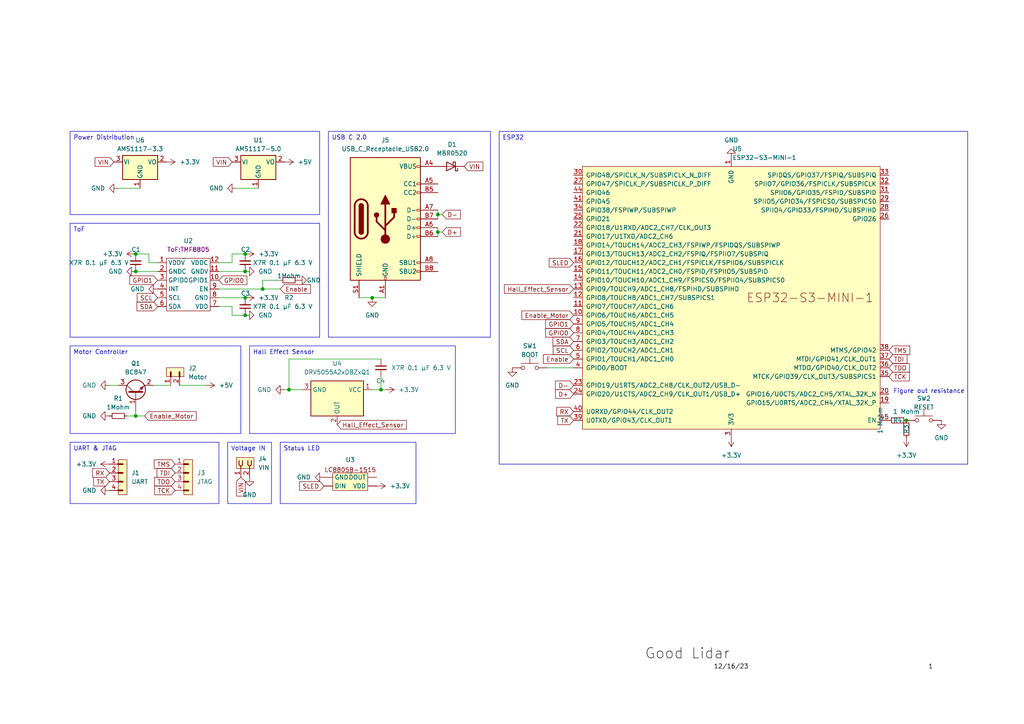
<source format=kicad_sch>
(kicad_sch (version 20230121) (generator eeschema)
  (paper "A4")
  (lib_symbols
    (symbol "Connector:USB_C_Receptacle_USB2.0" (pin_names (offset 1.016))
      (property "Reference" "J" (at -10.16 19.05 0))
      (property "Value" "USB_C_Receptacle_USB2.0" (at 19.05 19.05 0))
      (symbol "USB_C_Receptacle_USB2.0_0_0"
        (rectangle (start -0.254 -17.78) (end 0.254 -16.764))
        (rectangle (start 10.16 -14.986) (end 9.144 -15.494))
        (rectangle (start 10.16 -12.446) (end 9.144 -12.954))
        (rectangle (start 10.16 -4.826) (end 9.144 -5.334))
        (rectangle (start 10.16 -2.286) (end 9.144 -2.794))
        (rectangle (start 10.16 0.254) (end 9.144 -0.254))
        (rectangle (start 10.16 2.794) (end 9.144 2.286))
        (rectangle (start 10.16 7.874) (end 9.144 7.366))
        (rectangle (start 10.16 10.414) (end 9.144 9.906))
        (rectangle (start 10.16 15.494) (end 9.144 14.986))
      )
      (symbol "USB_C_Receptacle_USB2.0_0_1"
        (rectangle (start -10.16 17.78) (end 10.16 -17.78) (stroke (width 0.254)) (fill (type background)))
        (arc (start -8.89 -3.81) (mid -6.985 -5.7067) (end -5.08 -3.81) (stroke (width 0.508)))
        (arc (start -7.62 -3.81) (mid -6.985 -4.4423) (end -6.35 -3.81) (stroke (width 0.254)))
        (arc (start -7.62 -3.81) (mid -6.985 -4.4423) (end -6.35 -3.81) (stroke (width 0.254)) (fill (type outline)))
        (rectangle (start -7.62 -3.81) (end -6.35 3.81) (stroke (width 0.254)) (fill (type outline)))
        (arc (start -6.35 3.81) (mid -6.985 4.4423) (end -7.62 3.81) (stroke (width 0.254)))
        (arc (start -6.35 3.81) (mid -6.985 4.4423) (end -7.62 3.81) (stroke (width 0.254)) (fill (type outline)))
        (arc (start -5.08 3.81) (mid -6.985 5.7067) (end -8.89 3.81) (stroke (width 0.508)))
        (circle (center -2.54 1.143) (radius 0.635) (stroke (width 0.254)) (fill (type outline)))
        (circle (center 0 -5.842) (radius 1.27) (fill (type outline)))
        (polyline (pts (xy -8.89 -3.81) (xy -8.89 3.81)) (stroke (width 0.508)))
        (polyline (pts (xy -5.08 3.81) (xy -5.08 -3.81)) (stroke (width 0.508)))
        (polyline (pts (xy 0 -5.842) (xy 0 4.318)) (stroke (width 0.508)))
        (polyline (pts (xy 0 -3.302) (xy -2.54 -0.762) (xy -2.54 0.508)) (stroke (width 0.508)))
        (polyline (pts (xy 0 -2.032) (xy 2.54 0.508) (xy 2.54 1.778)) (stroke (width 0.508)))
        (polyline (pts (xy -1.27 4.318) (xy 0 6.858) (xy 1.27 4.318) (xy -1.27 4.318)) (stroke (width 0.254)) (fill (type outline)))
        (rectangle (start 1.905 1.778) (end 3.175 3.048) (stroke (width 0.254)) (fill (type outline)))
      )
      (symbol "USB_C_Receptacle_USB2.0_1_1"
        (pin passive line (at 0 -22.86 90) (length 5.08) (name "GND") (number "A1"))
        (pin passive line (at 0 -22.86 90) (length 5.08) hide (name "GND") (number "A12"))
        (pin passive line (at 15.24 15.24 180) (length 5.08) (name "VBUS") (number "A4"))
        (pin bidirectional line (at 15.24 10.16 180) (length 5.08) (name "CC1") (number "A5"))
        (pin bidirectional line (at 15.24 -2.54 180) (length 5.08) (name "D+") (number "A6"))
        (pin bidirectional line (at 15.24 2.54 180) (length 5.08) (name "D-") (number "A7"))
        (pin bidirectional line (at 15.24 -12.7 180) (length 5.08) (name "SBU1") (number "A8"))
        (pin passive line (at 15.24 15.24 180) (length 5.08) hide (name "VBUS") (number "A9"))
        (pin passive line (at 0 -22.86 90) (length 5.08) hide (name "GND") (number "B1"))
        (pin passive line (at 0 -22.86 90) (length 5.08) hide (name "GND") (number "B12"))
        (pin passive line (at 15.24 15.24 180) (length 5.08) hide (name "VBUS") (number "B4"))
        (pin bidirectional line (at 15.24 7.62 180) (length 5.08) (name "CC2") (number "B5"))
        (pin bidirectional line (at 15.24 -5.08 180) (length 5.08) (name "D+") (number "B6"))
        (pin bidirectional line (at 15.24 0 180) (length 5.08) (name "D-") (number "B7"))
        (pin bidirectional line (at 15.24 -15.24 180) (length 5.08) (name "SBU2") (number "B8"))
        (pin passive line (at 15.24 15.24 180) (length 5.08) hide (name "VBUS") (number "B9"))
        (pin passive line (at -7.62 -22.86 90) (length 5.08) (name "SHIELD") (number "S1"))
      )
    )
    (symbol "Device:C_Small" (pin_numbers hide) (pin_names (offset 0.254) hide)
      (property "Reference" "C" (at 0.254 1.778 0))
      (property "Value" "C_Small" (at 0.254 -2.032 0))
      (symbol "C_Small_0_1"
        (polyline (pts (xy -1.524 -0.508) (xy 1.524 -0.508)) (stroke (width 0.3302)))
        (polyline (pts (xy -1.524 0.508) (xy 1.524 0.508)) (stroke (width 0.3048)))
      )
      (symbol "C_Small_1_1"
        (pin passive line (at 0 2.54 270) (length 2.032) (name "~") (number "1"))
        (pin passive line (at 0 -2.54 90) (length 2.032) (name "~") (number "2"))
      )
    )
    (symbol "Device:R_Small" (pin_numbers hide) (pin_names (offset 0.254) hide)
      (property "Reference" "R" (at 0.762 0.508 0))
      (property "Value" "R_Small" (at 0.762 -1.016 0))
      (symbol "R_Small_0_1"
        (rectangle (start -0.762 1.778) (end 0.762 -1.778) (stroke (width 0.2032)))
      )
      (symbol "R_Small_1_1"
        (pin passive line (at 0 2.54 270) (length 0.762) (name "~") (number "1"))
        (pin passive line (at 0 -2.54 90) (length 0.762) (name "~") (number "2"))
      )
    )
    (symbol "Diode:MBR0520" (pin_numbers hide) (pin_names (offset 1.016) hide)
      (property "Reference" "D" (at 0 2.54 0))
      (property "Value" "MBR0520" (at 0 -2.54 0))
      (symbol "MBR0520_0_1"
        (polyline (pts (xy 1.27 0) (xy -1.27 0)))
        (polyline (pts (xy 1.27 1.27) (xy 1.27 -1.27) (xy -1.27 0) (xy 1.27 1.27)) (stroke (width 0.254)))
        (polyline (pts (xy -1.905 0.635) (xy -1.905 1.27) (xy -1.27 1.27) (xy -1.27 -1.27) (xy -0.635 -1.27) (xy -0.635 -0.635)) (stroke (width 0.254)))
      )
      (symbol "MBR0520_1_1"
        (pin passive line (at -3.81 0 0) (length 2.54) (name "K") (number "1"))
        (pin passive line (at 3.81 0 180) (length 2.54) (name "A") (number "2"))
      )
    )
    (symbol "LC8805:LC8805B-1515"
      (property "Reference" "U" (at 0 2.54 0))
      (symbol "LC8805B-1515_1_1"
        (rectangle (start -5.08 0) (end 5.08 -5.08) (stroke (width 0) (color 132 0 0 1)) (fill (type background)))
        (text "LC8805B-1515" (at 0 0.8905 0) (effects (font (size 1.27 1.27))))
        (pin input line (at -7.62 -3.81 0) (length 2.54) (name "DIN") (number ""))
        (pin input line (at 7.62 -1.27 180) (length 2.54) (name "DOUT") (number ""))
        (pin input line (at -7.62 -1.27 0) (length 2.54) (name "GND") (number ""))
        (pin input line (at 7.62 -3.81 180) (length 2.54) (name "VDD") (number ""))
      )
    )
    (symbol "PCM_Espressif:ESP32-S3-MINI-1" (pin_names (offset 1.016))
      (property "Reference" "U" (at -43.18 43.18 0))
      (property "Value" "ESP32-S3-MINI-1" (at -43.18 40.64 0))
      (symbol "ESP32-S3-MINI-1_0_0"
        (text "ESP32-S3-MINI-1" (at -22.86 0 0) (effects (font (size 2.54 2.54))))
        (pin power_in line (at 0 -40.64 90) (length 2.54) (name "GND") (number "1"))
        (pin bidirectional line (at 45.72 5.08 180) (length 2.54) (name "GPIO6/TOUCH6/ADC1_CH5") (number "10"))
        (pin bidirectional line (at 45.72 2.54 180) (length 2.54) (name "GPIO7/TOUCH7/ADC1_CH6") (number "11"))
        (pin bidirectional line (at 45.72 0 180) (length 2.54) (name "GPIO8/TOUCH8/ADC1_CH7/SUBSPICS1") (number "12"))
        (pin bidirectional line (at 45.72 -2.54 180) (length 2.54) (name "GPIO9/TOUCH9/ADC1_CH8/FSPIHD/SUBSPIHD") (number "13"))
        (pin bidirectional line (at 45.72 -5.08 180) (length 2.54) (name "GPIO10/TOUCH10/ADC1_CH9/FSPICS0/FSPIIO4/SUBSPICS0") (number "14"))
        (pin bidirectional line (at 45.72 -7.62 180) (length 2.54) (name "GPIO11/TOUCH11/ADC2_CH0/FSPID/FSPIIO5/SUBSPID") (number "15"))
        (pin bidirectional line (at 45.72 -10.16 180) (length 2.54) (name "GPIO12/TOUCH12/ADC2_CH1/FSPICLK/FSPIIO6/SUBSPICLK") (number "16"))
        (pin bidirectional line (at 45.72 -12.7 180) (length 2.54) (name "GPIO13/TOUCH13/ADC2_CH2/FSPIQ/FSPIIO7/SUBSPIQ") (number "17"))
        (pin bidirectional line (at 45.72 -15.24 180) (length 2.54) (name "GPIO14/TOUCH14/ADC2_CH3/FSPIWP/FSPIDQS/SUBSPIWP") (number "18"))
        (pin bidirectional line (at -45.72 30.48 0) (length 2.54) (name "GPIO15/U0RTS/ADC2_CH4/XTAL_32K_P") (number "19"))
        (pin passive line (at 0 -40.64 90) (length 2.54) hide (name "GND") (number "2"))
        (pin bidirectional line (at -45.72 27.94 0) (length 2.54) (name "GPIO16/U0CTS/ADC2_CH5/XTAL_32K_N") (number "20"))
        (pin bidirectional line (at 45.72 -17.78 180) (length 2.54) (name "GPIO17/U1TXD/ADC2_CH6") (number "21"))
        (pin bidirectional line (at 45.72 -20.32 180) (length 2.54) (name "GPIO18/U1RXD/ADC2_CH7/CLK_OUT3") (number "22"))
        (pin bidirectional line (at 45.72 25.4 180) (length 2.54) (name "GPIO19/U1RTS/ADC2_CH8/CLK_OUT2/USB_D-") (number "23"))
        (pin bidirectional line (at 45.72 27.94 180) (length 2.54) (name "GPIO20/U1CTS/ADC2_CH9/CLK_OUT1/USB_D+") (number "24"))
        (pin bidirectional line (at 45.72 -22.86 180) (length 2.54) (name "GPIO21") (number "25"))
        (pin bidirectional line (at -45.72 -22.86 0) (length 2.54) (name "GPIO26") (number "26"))
        (pin bidirectional line (at 45.72 -33.02 180) (length 2.54) (name "GPIO47/SPICLK_P/SUBSPICLK_P_DIFF") (number "27"))
        (pin bidirectional line (at -45.72 -25.4 0) (length 2.54) (name "SPIIO4/GPIO33/FSPIHD/SUBSPIHD") (number "28"))
        (pin bidirectional line (at -45.72 -27.94 0) (length 2.54) (name "SPIIO5/GPIO34/FSPICS0/SUBSPICS0") (number "29"))
        (pin power_in line (at 0 40.64 270) (length 2.54) (name "3V3") (number "3"))
        (pin bidirectional line (at 45.72 -35.56 180) (length 2.54) (name "GPIO48/SPICLK_N/SUBSPICLK_N_DIFF") (number "30"))
        (pin bidirectional line (at -45.72 -30.48 0) (length 2.54) (name "SPIIO6/GPIO35/FSPID/SUBSPID") (number "31"))
        (pin bidirectional line (at -45.72 -33.02 0) (length 2.54) (name "SPIIO7/GPIO36/FSPICLK/SUBSPICLK") (number "32"))
        (pin bidirectional line (at -45.72 -35.56 0) (length 2.54) (name "SPIDQS/GPIO37/FSPIQ/SUBSPIQ") (number "33"))
        (pin bidirectional line (at 45.72 -25.4 180) (length 2.54) (name "GPIO38/FSPIWP/SUBSPIWP") (number "34"))
        (pin bidirectional line (at -45.72 22.86 0) (length 2.54) (name "MTCK/GPIO39/CLK_OUT3/SUBSPICS1") (number "35"))
        (pin bidirectional line (at -45.72 20.32 0) (length 2.54) (name "MTDO/GPIO40/CLK_OUT2") (number "36"))
        (pin bidirectional line (at -45.72 17.78 0) (length 2.54) (name "MTDI/GPIO41/CLK_OUT1") (number "37"))
        (pin bidirectional line (at -45.72 15.24 0) (length 2.54) (name "MTMS/GPIO42") (number "38"))
        (pin bidirectional line (at 45.72 35.56 180) (length 2.54) (name "U0TXD/GPIO43/CLK_OUT1") (number "39"))
        (pin bidirectional line (at 45.72 20.32 180) (length 2.54) (name "GPIO0/BOOT") (number "4"))
        (pin bidirectional line (at 45.72 33.02 180) (length 2.54) (name "U0RXD/GPIO44/CLK_OUT2") (number "40"))
        (pin bidirectional line (at 45.72 -27.94 180) (length 2.54) (name "GPIO45") (number "41"))
        (pin passive line (at 0 -40.64 90) (length 2.54) hide (name "GND") (number "42"))
        (pin passive line (at 0 -40.64 90) (length 2.54) hide (name "GND") (number "43"))
        (pin bidirectional line (at 45.72 -30.48 180) (length 2.54) (name "GPIO46") (number "44"))
        (pin input line (at -45.72 35.56 0) (length 2.54) (name "EN") (number "45"))
        (pin passive line (at 0 -40.64 90) (length 2.54) hide (name "GND") (number "46"))
        (pin passive line (at 0 -40.64 90) (length 2.54) hide (name "GND") (number "47"))
        (pin passive line (at 0 -40.64 90) (length 2.54) hide (name "GND") (number "48"))
        (pin passive line (at 0 -40.64 90) (length 2.54) hide (name "GND") (number "49"))
        (pin bidirectional line (at 45.72 17.78 180) (length 2.54) (name "GPIO1/TOUCH1/ADC1_CH0") (number "5"))
        (pin passive line (at 0 -40.64 90) (length 2.54) hide (name "GND") (number "50"))
        (pin passive line (at 0 -40.64 90) (length 2.54) hide (name "GND") (number "51"))
        (pin passive line (at 0 -40.64 90) (length 2.54) hide (name "GND") (number "52"))
        (pin passive line (at 0 -40.64 90) (length 2.54) hide (name "GND") (number "53"))
        (pin passive line (at 0 -40.64 90) (length 2.54) hide (name "GND") (number "54"))
        (pin passive line (at 0 -40.64 90) (length 2.54) hide (name "GND") (number "55"))
        (pin passive line (at 0 -40.64 90) (length 2.54) hide (name "GND") (number "56"))
        (pin passive line (at 0 -40.64 90) (length 2.54) hide (name "GND") (number "57"))
        (pin passive line (at 0 -40.64 90) (length 2.54) hide (name "GND") (number "58"))
        (pin passive line (at 0 -40.64 90) (length 2.54) hide (name "GND") (number "59"))
        (pin bidirectional line (at 45.72 15.24 180) (length 2.54) (name "GPIO2/TOUCH2/ADC1_CH1") (number "6"))
        (pin passive line (at 0 -40.64 90) (length 2.54) hide (name "GND") (number "60"))
        (pin passive line (at 0 -40.64 90) (length 2.54) hide (name "GND") (number "61"))
        (pin passive line (at 0 -40.64 90) (length 2.54) hide (name "GND") (number "62"))
        (pin passive line (at 0 -40.64 90) (length 2.54) hide (name "GND") (number "63"))
        (pin passive line (at 0 -40.64 90) (length 2.54) hide (name "GND") (number "64"))
        (pin passive line (at 0 -40.64 90) (length 2.54) hide (name "GND") (number "65"))
        (pin bidirectional line (at 45.72 12.7 180) (length 2.54) (name "GPIO3/TOUCH3/ADC1_CH2") (number "7"))
        (pin bidirectional line (at 45.72 10.16 180) (length 2.54) (name "GPIO4/TOUCH4/ADC1_CH3") (number "8"))
        (pin bidirectional line (at 45.72 7.62 180) (length 2.54) (name "GPIO5/TOUCH5/ADC1_CH4") (number "9"))
      )
      (symbol "ESP32-S3-MINI-1_0_1"
        (rectangle (start -43.18 38.1) (end 43.18 -38.1) (fill (type background)))
      )
    )
    (symbol "PCM_SL_Pin_Headers:PINHD_1x2_Female"
      (property "Reference" "J" (at 0 7.62 0))
      (property "Value" "PINHD_1x2_Female" (at 0 5.08 0))
      (symbol "PINHD_1x2_Female_0_1"
        (rectangle (start -1.27 2.54) (end 1.905 -2.54) (fill (type background)))
        (arc (start -0.508 -1.27) (mid -0.3592 -1.6292) (end 0 -1.778) (stroke (width 0.25)))
        (arc (start -0.508 1.27) (mid -0.3592 0.9108) (end 0 0.762) (stroke (width 0.25)))
        (arc (start 0 -0.762) (mid -0.3592 -0.9108) (end -0.508 -1.27) (stroke (width 0.25)))
        (polyline (pts (xy -1.27 -1.27) (xy -0.508 -1.27)) (stroke (width 0.25)))
        (polyline (pts (xy -1.27 1.27) (xy -0.508 1.27)) (stroke (width 0.25)))
        (polyline (pts (xy 0 -1.778) (xy 1.016 -1.778)) (stroke (width 0.25)))
        (polyline (pts (xy 0 -0.762) (xy 1.016 -0.762)) (stroke (width 0.25)))
        (polyline (pts (xy 0 0.762) (xy 1.016 0.762)) (stroke (width 0.25)))
        (polyline (pts (xy 0 1.778) (xy 1.016 1.778)) (stroke (width 0.25)))
        (arc (start 0 1.778) (mid -0.3592 1.6292) (end -0.508 1.27) (stroke (width 0.25)))
      )
      (symbol "PINHD_1x2_Female_1_1"
        (pin passive line (at -3.81 1.27 0) (length 2.54) (name "") (number "1"))
        (pin passive line (at -3.81 -1.27 0) (length 2.54) (name "") (number "2"))
      )
    )
    (symbol "PCM_SL_Pin_Headers:PINHD_1x2_Male"
      (property "Reference" "J" (at 0 6.35 0))
      (property "Value" "PINHD_1x2_Male" (at 0 3.81 0))
      (symbol "PINHD_1x2_Male_0_1"
        (rectangle (start -1.27 2.54) (end 1.27 -2.54) (fill (type background)))
        (polyline (pts (xy -1.27 -1.27) (xy 0 -1.27)) (stroke (width 0.3)))
        (polyline (pts (xy -1.27 -1.27) (xy 0 -1.27)) (stroke (width 0.5)))
        (polyline (pts (xy -1.27 1.27) (xy 0 1.27)) (stroke (width 0.3)))
        (polyline (pts (xy -1.27 1.27) (xy 0 1.27)) (stroke (width 0.5)))
      )
      (symbol "PINHD_1x2_Male_1_1"
        (pin passive line (at -3.81 1.27 0) (length 2.54) (name "") (number "1"))
        (pin passive line (at -3.81 -1.27 0) (length 2.54) (name "") (number "2"))
      )
    )
    (symbol "PCM_SL_Pin_Headers:PINHD_1x4_Male"
      (property "Reference" "J" (at 0 8.89 0))
      (property "Value" "PINHD_1x4_Male" (at 0 6.35 0))
      (symbol "PINHD_1x4_Male_0_1"
        (rectangle (start -1.27 5.08) (end 1.27 -5.08) (fill (type background)))
        (polyline (pts (xy -1.27 -3.81) (xy 0 -3.81)) (stroke (width 0.3)))
        (polyline (pts (xy -1.27 -3.81) (xy 0 -3.81)) (stroke (width 0.5)))
        (polyline (pts (xy -1.27 -1.27) (xy 0 -1.27)) (stroke (width 0.3)))
        (polyline (pts (xy -1.27 -1.27) (xy 0 -1.27)) (stroke (width 0.5)))
        (polyline (pts (xy -1.27 1.27) (xy 0 1.27)) (stroke (width 0.3)))
        (polyline (pts (xy -1.27 1.27) (xy 0 1.27)) (stroke (width 0.5)))
        (polyline (pts (xy -1.27 3.81) (xy 0 3.81)) (stroke (width 0.3)))
        (polyline (pts (xy -1.27 3.81) (xy 0 3.81)) (stroke (width 0.5)))
      )
      (symbol "PINHD_1x4_Male_1_1"
        (pin passive line (at -3.81 3.81 0) (length 2.54) (name "") (number "1"))
        (pin passive line (at -3.81 1.27 0) (length 2.54) (name "") (number "2"))
        (pin passive line (at -3.81 -1.27 0) (length 2.54) (name "") (number "3"))
        (pin passive line (at -3.81 -3.81 0) (length 2.54) (name "") (number "4"))
      )
    )
    (symbol "Regulator_Linear:AMS1117-3.3" (pin_names (offset 0.254))
      (property "Reference" "U" (at -3.81 3.175 0))
      (property "Value" "AMS1117-3.3" (at 0 3.175 0))
      (symbol "AMS1117-3.3_0_1"
        (rectangle (start -5.08 -5.08) (end 5.08 1.905) (stroke (width 0.254)) (fill (type background)))
      )
      (symbol "AMS1117-3.3_1_1"
        (pin power_in line (at 0 -7.62 90) (length 2.54) (name "GND") (number "1"))
        (pin power_out line (at 7.62 0 180) (length 2.54) (name "VO") (number "2"))
        (pin power_in line (at -7.62 0 0) (length 2.54) (name "VI") (number "3"))
      )
    )
    (symbol "Regulator_Linear:AMS1117-5.0" (pin_names (offset 0.254))
      (property "Reference" "U" (at -3.81 3.175 0))
      (property "Value" "AMS1117-5.0" (at 0 3.175 0))
      (symbol "AMS1117-5.0_0_1"
        (rectangle (start -5.08 -5.08) (end 5.08 1.905) (stroke (width 0.254)) (fill (type background)))
      )
      (symbol "AMS1117-5.0_1_1"
        (pin power_in line (at 0 -7.62 90) (length 2.54) (name "GND") (number "1"))
        (pin power_out line (at 7.62 0 180) (length 2.54) (name "VO") (number "2"))
        (pin power_in line (at -7.62 0 0) (length 2.54) (name "VI") (number "3"))
      )
    )
    (symbol "Sensor_Magnetic:DRV5055A2xDBZxQ1"
      (property "Reference" "U" (at 2.54 12.7 0))
      (property "Value" "DRV5055A2xDBZxQ1" (at 2.54 10.16 0))
      (symbol "DRV5055A2xDBZxQ1_1_1"
        (rectangle (start -5.08 7.62) (end 5.08 -7.62) (stroke (width 0.254)) (fill (type background)))
        (pin power_in line (at -2.54 10.16 270) (length 2.54) (name "VCC") (number "1"))
        (pin output line (at 7.62 0 180) (length 2.54) (name "OUT") (number "2"))
        (pin power_in line (at -2.54 -10.16 90) (length 2.54) (name "GND") (number "3"))
      )
    )
    (symbol "Switch:SW_Push" (pin_numbers hide) (pin_names (offset 1.016) hide)
      (property "Reference" "SW" (at 1.27 2.54 0))
      (property "Value" "SW_Push" (at 0 -1.524 0))
      (symbol "SW_Push_0_1"
        (circle (center -2.032 0) (radius 0.508))
        (polyline (pts (xy 0 1.27) (xy 0 3.048)))
        (polyline (pts (xy 2.54 1.27) (xy -2.54 1.27)))
        (circle (center 2.032 0) (radius 0.508))
        (pin passive line (at -5.08 0 0) (length 2.54) (name "1") (number "1"))
        (pin passive line (at 5.08 0 180) (length 2.54) (name "2") (number "2"))
      )
    )
    (symbol "ToF:TMF8805"
      (property "Reference" "U" (at 0 1.27 0))
      (property "Footprint" "ToF:TMF8805" (at -1.27 0 0))
      (symbol "TMF8805_0_1"
        (rectangle (start -6.35 0) (end 6.35 -15.24))
      )
      (symbol "TMF8805_1_1"
        (pin input line (at -8.89 -1.27 0) (length 2.54) (name "VDDV") (number "1"))
        (pin input line (at 8.89 -6.35 180) (length 2.54) (name "GPIO1") (number "10"))
        (pin input line (at 8.89 -3.81 180) (length 2.54) (name "GNDV") (number "11"))
        (pin input line (at 8.89 -1.27 180) (length 2.54) (name "VDDC") (number "12"))
        (pin input line (at -8.89 -3.81 0) (length 2.54) (name "GNDC") (number "2"))
        (pin input line (at -8.89 -6.35 0) (length 2.54) (name "GPIO0") (number "3"))
        (pin input line (at -8.89 -8.89 0) (length 2.54) (name "INT") (number "4"))
        (pin input line (at -8.89 -11.43 0) (length 2.54) (name "SCL") (number "5"))
        (pin input line (at -8.89 -13.97 0) (length 2.54) (name "SDA") (number "6"))
        (pin input line (at 8.89 -13.97 180) (length 2.54) (name "VDD") (number "7"))
        (pin input line (at 8.89 -11.43 180) (length 2.54) (name "GND") (number "8"))
        (pin input line (at 8.89 -8.89 180) (length 2.54) (name "EN") (number "9"))
      )
    )
    (symbol "Transistor_BJT:BC847" (pin_names (offset 0) hide)
      (property "Reference" "Q" (at 5.08 1.905 0))
      (property "Value" "BC847" (at 5.08 0 0))
      (symbol "BC847_0_1"
        (polyline (pts (xy 0.635 0.635) (xy 2.54 2.54)))
        (polyline (pts (xy 0.635 -0.635) (xy 2.54 -2.54) (xy 2.54 -2.54)))
        (polyline (pts (xy 0.635 1.905) (xy 0.635 -1.905) (xy 0.635 -1.905)) (stroke (width 0.508)))
        (polyline (pts (xy 1.27 -1.778) (xy 1.778 -1.27) (xy 2.286 -2.286) (xy 1.27 -1.778) (xy 1.27 -1.778)) (fill (type outline)))
        (circle (center 1.27 0) (radius 2.8194) (stroke (width 0.254)))
      )
      (symbol "BC847_1_1"
        (pin input line (at -5.08 0 0) (length 5.715) (name "B") (number "1"))
        (pin passive line (at 2.54 -5.08 90) (length 2.54) (name "E") (number "2"))
        (pin passive line (at 2.54 5.08 270) (length 2.54) (name "C") (number "3"))
      )
    )
    (symbol "power:+3.3V" (power) (pin_names (offset 0))
      (property "Value" "+3.3V" (at 0 3.556 0))
      (symbol "+3.3V_0_1"
        (polyline (pts (xy -0.762 1.27) (xy 0 2.54)))
        (polyline (pts (xy 0 0) (xy 0 2.54)))
        (polyline (pts (xy 0 2.54) (xy 0.762 1.27)))
      )
      (symbol "+3.3V_1_1"
        (pin power_in line (at 0 0 90) (length 0) hide (name "+3.3V") (number "1"))
      )
    )
    (symbol "power:+5V" (power) (pin_names (offset 0))
      (property "Value" "+5V" (at 0 3.556 0))
      (symbol "+5V_0_1"
        (polyline (pts (xy -0.762 1.27) (xy 0 2.54)))
        (polyline (pts (xy 0 0) (xy 0 2.54)))
        (polyline (pts (xy 0 2.54) (xy 0.762 1.27)))
      )
      (symbol "+5V_1_1"
        (pin power_in line (at 0 0 90) (length 0) hide (name "+5V") (number "1"))
      )
    )
    (symbol "power:GND" (power) (pin_names (offset 0))
      (property "Value" "GND" (at 0 -3.81 0))
      (symbol "GND_0_1"
        (polyline (pts (xy 0 0) (xy 0 -1.27) (xy 1.27 -1.27) (xy 0 -2.54) (xy -1.27 -1.27) (xy 0 -1.27)))
      )
      (symbol "GND_1_1"
        (pin power_in line (at 0 0 270) (length 0) hide (name "GND") (number "1"))
      )
    )
  )
  (junction (at 71.12 91.44))
  (junction (at 76.2 83.82))
  (junction (at 39.37 78.74))
  (junction (at 127 62.23))
  (junction (at 71.12 73.66))
  (junction (at 262.89 121.92))
  (junction (at 110.49 113.03))
  (junction (at 39.37 120.65))
  (junction (at 71.12 78.74))
  (junction (at 107.95 86.36))
  (junction (at 83.82 113.03))
  (junction (at 39.37 73.66))
  (junction (at 127 67.31))
  (junction (at 71.12 86.36))
  (wire (pts (xy 107.95 86.36) (xy 111.76 86.36)))
  (wire (pts (xy 63.5 88.9) (xy 67.31 88.9)))
  (wire (pts (xy 127 60.96) (xy 127 62.23)))
  (wire (pts (xy 45.72 76.2) (xy 43.18 76.2)))
  (wire (pts (xy 34.29 54.61) (xy 40.64 54.61)))
  (wire (pts (xy 43.18 76.2) (xy 43.18 73.66)))
  (wire (pts (xy 127 67.31) (xy 127 68.58)))
  (wire (pts (xy 110.49 104.14) (xy 83.82 104.14)))
  (wire (pts (xy 67.31 76.2) (xy 67.31 73.66)))
  (wire (pts (xy 67.31 73.66) (xy 71.12 73.66)))
  (wire (pts (xy 127 66.04) (xy 127 67.31)))
  (wire (pts (xy 39.37 119.38) (xy 39.37 120.65)))
  (wire (pts (xy 39.37 120.65) (xy 36.83 120.65)))
  (wire (pts (xy 110.49 113.03) (xy 107.95 113.03)))
  (wire (pts (xy 39.37 78.74) (xy 45.72 78.74)))
  (wire (pts (xy 67.31 88.9) (xy 67.31 91.44)))
  (wire (pts (xy 63.5 86.36) (xy 71.12 86.36)))
  (wire (pts (xy 63.5 76.2) (xy 67.31 76.2)))
  (wire (pts (xy 128.27 67.31) (xy 127 67.31)))
  (wire (pts (xy 158.75 106.68) (xy 166.37 106.68)))
  (wire (pts (xy 44.45 111.76) (xy 49.53 111.76)))
  (wire (pts (xy 67.31 91.44) (xy 71.12 91.44)))
  (wire (pts (xy 81.28 83.82) (xy 76.2 83.82)))
  (wire (pts (xy 110.49 109.22) (xy 110.49 113.03)))
  (wire (pts (xy 76.2 81.28) (xy 76.2 83.82)))
  (wire (pts (xy 82.55 113.03) (xy 83.82 113.03)))
  (wire (pts (xy 81.28 81.28) (xy 76.2 81.28)))
  (wire (pts (xy 43.18 73.66) (xy 39.37 73.66)))
  (wire (pts (xy 83.82 113.03) (xy 87.63 113.03)))
  (wire (pts (xy 63.5 78.74) (xy 71.12 78.74)))
  (wire (pts (xy 83.82 104.14) (xy 83.82 113.03)))
  (wire (pts (xy 31.75 111.76) (xy 34.29 111.76)))
  (wire (pts (xy 39.37 120.65) (xy 41.91 120.65)))
  (wire (pts (xy 104.14 86.36) (xy 107.95 86.36)))
  (wire (pts (xy 52.07 111.76) (xy 59.69 111.76)))
  (wire (pts (xy 76.2 83.82) (xy 63.5 83.82)))
  (wire (pts (xy 127 62.23) (xy 127 63.5)))
  (wire (pts (xy 68.58 54.61) (xy 74.93 54.61)))
  (wire (pts (xy 111.76 113.03) (xy 110.49 113.03)))
  (wire (pts (xy 128.27 62.23) (xy 127 62.23)))
  (text_box "Power Distribution" (at 20.32 38.1 0) (size 72.39 24.13) (effects (font (size 1.27 1.27)) (justify left top)))
  (text_box "USB C 2.0" (at 95.25 38.1 0) (size 46.99 59.69) (effects (font (size 1.27 1.27)) (justify left top)))
  (text_box "Hall Effect Sensor" (at 72.39 100.33 0) (size 59.69 25.4) (effects (font (size 1.27 1.27)) (justify left top)))
  (text_box "UART & JTAG" (at 20.32 128.27 0) (size 43.18 17.78) (effects (font (size 1.27 1.27)) (justify left top)))
  (text_box "ToF" (at 20.32 64.77 0) (size 72.39 33.02) (effects (font (size 1.27 1.27)) (justify left top)))
  (text_box "ESP32" (at 144.78 38.1 0) (size 135.89 96.52) (effects (font (size 1.27 1.27)) (justify left top)))
  (text_box "Voltage IN" (at 66.04 128.27 0) (size 12.7 17.78) (effects (font (size 1.27 1.27)) (justify left top)))
  (text_box "Status LED" (at 81.28 128.27 0) (size 39.37 17.78) (effects (font (size 1.27 1.27)) (justify left top)))
  (text_box "Motor Controller\n" (at 20.32 100.33 0) (size 49.53 25.4) (effects (font (size 1.27 1.27)) (justify left top)))
  (text "Figure out resistance" (at 259.08 114.3 0) (effects (font (size 1.27 1.27)) (justify left bottom)))
  (label "12{slash}16{slash}23" (at 207.01 194.31 0))
  (label "Good Lidar" (at 186.9966 192.0187 0) (effects (font (size 3 3))))
  (label "1" (at 269.24 194.31 0))
  (global_label "Hall_Effect_Sensor" (shape input) (at 97.79 123.19 0) (property "Intersheetrefs" "${INTERSHEET_REFS}" (effects hide)))
  (global_label "SLED" (shape input) (at 166.37 76.2 180) (property "Intersheetrefs" "${INTERSHEET_REFS}" (effects hide)))
  (global_label "SDA" (shape input) (at 45.72 88.9 180) (property "Intersheetrefs" "${INTERSHEET_REFS}" (effects hide)))
  (global_label "VIN" (shape input) (at 134.62 48.26 0) (property "Intersheetrefs" "${INTERSHEET_REFS}" (effects hide)))
  (global_label "VIN" (shape input) (at 69.85 138.43 270) (property "Intersheetrefs" "${INTERSHEET_REFS}" (effects hide)))
  (global_label "D-" (shape input) (at 166.37 111.76 180) (property "Intersheetrefs" "${INTERSHEET_REFS}" (effects hide)))
  (global_label "TCK" (shape input) (at 50.8 142.24 180) (property "Intersheetrefs" "${INTERSHEET_REFS}" (effects hide)))
  (global_label "GPIO1" (shape input) (at 166.37 93.98 180) (property "Intersheetrefs" "${INTERSHEET_REFS}" (effects hide)))
  (global_label "GPIO1" (shape input) (at 45.72 81.28 180) (property "Intersheetrefs" "${INTERSHEET_REFS}" (effects hide)))
  (global_label "TDI" (shape input) (at 50.8 137.16 180) (property "Intersheetrefs" "${INTERSHEET_REFS}" (effects hide)))
  (global_label "Enable" (shape input) (at 81.28 83.82 0) (property "Intersheetrefs" "${INTERSHEET_REFS}" (effects hide)))
  (global_label "SLED" (shape input) (at 93.98 140.97 180) (property "Intersheetrefs" "${INTERSHEET_REFS}" (effects hide)))
  (global_label "D-" (shape input) (at 128.27 62.23 0) (property "Intersheetrefs" "${INTERSHEET_REFS}" (effects hide)))
  (global_label "D+" (shape input) (at 128.27 67.31 0) (property "Intersheetrefs" "${INTERSHEET_REFS}" (effects hide)))
  (global_label "RX" (shape input) (at 31.75 137.16 180) (property "Intersheetrefs" "${INTERSHEET_REFS}" (effects hide)))
  (global_label "Enable" (shape input) (at 166.37 104.14 180) (property "Intersheetrefs" "${INTERSHEET_REFS}" (effects hide)))
  (global_label "RX" (shape input) (at 166.37 119.38 180) (property "Intersheetrefs" "${INTERSHEET_REFS}" (effects hide)))
  (global_label "TCK" (shape input) (at 257.81 109.22 0) (property "Intersheetrefs" "${INTERSHEET_REFS}" (effects hide)))
  (global_label "GPIO0" (shape input) (at 63.5 81.28 0) (property "Intersheetrefs" "${INTERSHEET_REFS}" (effects hide)))
  (global_label "VIN" (shape input) (at 67.31 46.99 180) (property "Intersheetrefs" "${INTERSHEET_REFS}" (effects hide)))
  (global_label "TMS" (shape input) (at 50.8 134.62 180) (property "Intersheetrefs" "${INTERSHEET_REFS}" (effects hide)))
  (global_label "TDO" (shape input) (at 257.81 106.68 0) (property "Intersheetrefs" "${INTERSHEET_REFS}" (effects hide)))
  (global_label "TMS" (shape input) (at 257.81 101.6 0) (property "Intersheetrefs" "${INTERSHEET_REFS}" (effects hide)))
  (global_label "VIN" (shape input) (at 33.02 46.99 180) (property "Intersheetrefs" "${INTERSHEET_REFS}" (effects hide)))
  (global_label "TDI" (shape input) (at 257.81 104.14 0) (property "Intersheetrefs" "${INTERSHEET_REFS}" (effects hide)))
  (global_label "SCL" (shape input) (at 45.72 86.36 180) (property "Intersheetrefs" "${INTERSHEET_REFS}" (effects hide)))
  (global_label "SCL" (shape input) (at 166.37 101.6 180) (property "Intersheetrefs" "${INTERSHEET_REFS}" (effects hide)))
  (global_label "SDA" (shape input) (at 166.37 99.06 180) (property "Intersheetrefs" "${INTERSHEET_REFS}" (effects hide)))
  (global_label "TX" (shape input) (at 166.37 121.92 180) (property "Intersheetrefs" "${INTERSHEET_REFS}" (effects hide)))
  (global_label "TX" (shape input) (at 31.75 139.7 180) (property "Intersheetrefs" "${INTERSHEET_REFS}" (effects hide)))
  (global_label "D+" (shape input) (at 166.37 114.3 180) (property "Intersheetrefs" "${INTERSHEET_REFS}" (effects hide)))
  (global_label "TDO" (shape input) (at 50.8 139.7 180) (property "Intersheetrefs" "${INTERSHEET_REFS}" (effects hide)))
  (global_label "Enable_Motor" (shape input) (at 41.91 120.65 0) (property "Intersheetrefs" "${INTERSHEET_REFS}" (effects hide)))
  (global_label "Enable_Motor" (shape input) (at 166.37 91.44 180) (property "Intersheetrefs" "${INTERSHEET_REFS}" (effects hide)))
  (global_label "GPIO0" (shape input) (at 166.37 96.52 180) (property "Intersheetrefs" "${INTERSHEET_REFS}" (effects hide)))
  (global_label "Hall_Effect_Sensor" (shape input) (at 166.37 83.82 180) (property "Intersheetrefs" "${INTERSHEET_REFS}" (effects hide)))
  (symbol (lib_id "power:GND") (at 71.12 78.74 90) (unit 1)
    (property "Reference" "#PWR013" (effects hide))
    (property "Value" "GND" (at 74.93 78.74 90) (effects (justify right)))
  )
  (symbol (lib_id "power:+3.3V") (at 31.75 134.62 90) (unit 1)
    (property "Reference" "#PWR03" (effects hide))
    (property "Value" "+3.3V" (at 27.94 134.62 90) (effects (justify left)))
  )
  (symbol (lib_id "Device:C_Small") (at 39.37 76.2 180) (unit 1)
    (property "Reference" "C1" (at 38.1 72.39 0) (effects (justify right)))
    (property "Value" " X7R 0.1 μF 6.3 V" (at 19.05 76.2 0) (effects (justify right)))
    (property "Footprint" "Capacitor_SMD:C_0402_1005Metric" (effects hide))
  )
  (symbol (lib_id "Switch:SW_Push") (at 153.67 106.68 0) (unit 1)
    (property "Reference" "SW1" (at 153.67 100.33 0))
    (property "Value" "BOOT" (at 153.67 102.87 0))
    (property "Footprint" "Button_Switch_SMD:SW_Push_SPST_NO_Alps_SKRK" (effects hide))
  )
  (symbol (lib_id "power:GND") (at 212.09 45.72 180) (unit 1)
    (property "Reference" "#PWR023" (effects hide))
    (property "Value" "GND" (at 212.09 40.64 0))
  )
  (symbol (lib_id "PCM_SL_Pin_Headers:PINHD_1x4_Male") (at 54.61 138.43 0) (unit 1)
    (property "Reference" "J3" (at 57.15 137.16 0) (effects (justify left)))
    (property "Value" "JTAG" (at 57.15 139.7 0) (effects (justify left)))
    (property "Footprint" "Connector_PinHeader_2.54mm:PinHeader_1x04_P2.54mm_Horizontal" (effects hide))
  )
  (symbol (lib_id "power:GND") (at 39.37 78.74 270) (unit 1)
    (property "Reference" "#PWR07" (effects hide))
    (property "Value" "GND" (at 35.56 78.74 90) (effects (justify right)))
  )
  (symbol (lib_id "Sensor_Magnetic:DRV5055A2xDBZxQ1") (at 97.79 115.57 270) (unit 1)
    (property "Reference" "U4" (at 97.79 105.41 90))
    (property "Value" "DRV5055A2xDBZxQ1" (at 97.79 107.95 90))
    (property "Footprint" "Package_TO_SOT_SMD:SOT-23" (effects hide))
    (property "Datasheet" "https://www.ti.com/lit/ds/symlink/drv5055-q1.pdf" (effects hide))
  )
  (symbol (lib_id "power:GND") (at 34.29 54.61 270) (unit 1)
    (property "Reference" "#PWR05" (effects hide))
    (property "Value" "GND" (at 30.48 54.61 90) (effects (justify right)))
  )
  (symbol (lib_id "power:+5V") (at 82.55 46.99 270) (unit 1)
    (property "Reference" "#PWR017" (effects hide))
    (property "Value" "+5V" (at 86.36 46.99 90) (effects (justify left)))
  )
  (symbol (lib_id "Transistor_BJT:BC847") (at 39.37 114.3 90) (unit 1)
    (property "Reference" "Q1" (at 39.37 105.41 90))
    (property "Value" "BC847" (at 39.37 107.95 90))
    (property "Footprint" "Package_TO_SOT_SMD:SOT-23" (effects hide))
    (property "Datasheet" "http://www.infineon.com/dgdl/Infineon-BC847SERIES_BC848SERIES_BC849SERIES_BC850SERIES-DS-v01_01-en.pdf?fileId=db3a304314dca389011541d4630a1657" (effects hide))
  )
  (symbol (lib_id "Device:C_Small") (at 110.49 106.68 0) (unit 1)
    (property "Reference" "C4" (at 111.76 110.49 0) (effects (justify right)))
    (property "Value" " X7R 0.1 μF 6.3 V" (at 130.81 106.68 0) (effects (justify right)))
    (property "Footprint" "Capacitor_SMD:C_0402_1005Metric" (effects hide))
  )
  (symbol (lib_id "power:GND") (at 148.59 106.68 0) (unit 1)
    (property "Reference" "#PWR022" (effects hide))
    (property "Value" "GND" (at 148.59 111.76 0))
  )
  (symbol (lib_id "Device:C_Small") (at 71.12 76.2 180) (unit 1)
    (property "Reference" "C2" (at 69.85 72.39 0) (effects (justify right)))
    (property "Value" " X7R 0.1 μF 6.3 V" (at 72.39 76.2 0) (effects (justify right)))
    (property "Footprint" "Capacitor_SMD:C_0402_1005Metric" (effects hide))
  )
  (symbol (lib_id "power:GND") (at 45.72 83.82 270) (unit 1)
    (property "Reference" "#PWR08" (effects hide))
    (property "Value" "GND" (at 41.91 83.82 90) (effects (justify right)))
  )
  (symbol (lib_id "Device:R_Small") (at 262.89 124.46 180) (unit 1)
    (property "Reference" "R3" (at 262.89 124.46 90))
    (property "Value" "1 Mohm" (at 262.89 119.38 0))
    (property "Footprint" "Resistor_SMD:R_0805_2012Metric" (effects hide))
  )
  (symbol (lib_id "power:+5V") (at 59.69 111.76 270) (unit 1)
    (property "Reference" "#PWR010" (effects hide))
    (property "Value" "+5V" (at 63.5 111.76 90) (effects (justify left)))
  )
  (symbol (lib_id "power:GND") (at 107.95 86.36 0) (unit 1)
    (property "Reference" "#PWR020" (effects hide))
    (property "Value" "GND" (at 107.95 91.44 0))
  )
  (symbol (lib_id "power:+3.3V") (at 111.76 113.03 270) (unit 1)
    (property "Reference" "#PWR021" (effects hide))
    (property "Value" "+3.3V" (at 115.57 113.03 90) (effects (justify left)))
  )
  (symbol (lib_id "Diode:MBR0520") (at 130.81 48.26 180) (unit 1)
    (property "Reference" "D1" (at 131.1275 41.91 0))
    (property "Value" "MBR0520" (at 131.1275 44.45 0))
    (property "Footprint" "Diode_SMD:D_SOD-123" (effects hide))
    (property "Datasheet" "http://www.mccsemi.com/up_pdf/MBR0520~MBR0580(SOD123).pdf" (effects hide))
  )
  (symbol (lib_id "power:+3.3V") (at 109.22 140.97 270) (unit 1)
    (property "Reference" "#PWR028" (effects hide))
    (property "Value" "+3.3V" (at 113.03 140.97 90) (effects (justify left)))
  )
  (symbol (lib_id "LC8805:LC8805B-1515") (at 101.6 137.16 0) (unit 1)
    (property "Reference" "U3" (at 101.6 133.35 0))
    (property "Value" "~" (at 101.6 137.16 0))
    (property "Footprint" "led:LC8805B-1515" (effects hide))
  )
  (symbol (lib_id "power:+3.3V") (at 39.37 73.66 90) (unit 1)
    (property "Reference" "#PWR06" (effects hide))
    (property "Value" "+3.3V" (at 35.56 73.66 90) (effects (justify left)))
  )
  (symbol (lib_id "power:+3.3V") (at 71.12 73.66 270) (unit 1)
    (property "Reference" "#PWR012" (effects hide))
    (property "Value" "+3.3V" (at 74.93 73.66 90) (effects (justify left)))
  )
  (symbol (lib_id "Device:C_Small") (at 71.12 88.9 180) (unit 1)
    (property "Reference" "C3" (at 69.85 85.09 0) (effects (justify right)))
    (property "Value" " X7R 0.1 μF 6.3 V" (at 72.39 88.9 0) (effects (justify right)))
    (property "Footprint" "Capacitor_SMD:C_0402_1005Metric" (effects hide))
  )
  (symbol (lib_id "power:GND") (at 273.05 121.92 0) (unit 1)
    (property "Reference" "#PWR026" (effects hide))
    (property "Value" "GND" (at 273.05 127 0))
  )
  (symbol (lib_id "power:GND") (at 72.39 138.43 0) (unit 1)
    (property "Reference" "#PWR016" (effects hide))
    (property "Value" "GND" (at 72.39 143.51 0))
  )
  (symbol (lib_id "PCM_Espressif:ESP32-S3-MINI-1") (at 212.09 86.36 180) (unit 1)
    (property "Reference" "U5" (at 212.4359 43.18 0) (effects (justify right)))
    (property "Value" "ESP32-S3-MINI-1" (at 212.4359 45.72 0) (effects (justify right)))
    (property "Footprint" "PCM_Espressif:ESP32-S3-MINI-1" (effects hide))
    (property "Datasheet" "https://www.espressif.com/sites/default/files/documentation/esp32-s3-mini-1_mini-1u_datasheet_en.pdf" (effects hide))
  )
  (symbol (lib_id "power:GND") (at 31.75 120.65 270) (unit 1)
    (property "Reference" "#PWR02" (effects hide))
    (property "Value" "GND" (at 27.94 120.65 90) (effects (justify right)))
  )
  (symbol (lib_id "power:GND") (at 71.12 91.44 90) (unit 1)
    (property "Reference" "#PWR015" (effects hide))
    (property "Value" "GND" (at 74.93 91.44 90) (effects (justify right)))
  )
  (symbol (lib_id "Switch:SW_Push") (at 267.97 121.92 0) (unit 1)
    (property "Reference" "SW2" (at 267.97 115.57 0))
    (property "Value" "RESET" (at 267.97 118.11 0))
    (property "Footprint" "Button_Switch_SMD:SW_Push_SPST_NO_Alps_SKRK" (effects hide))
  )
  (symbol (lib_id "Regulator_Linear:AMS1117-3.3") (at 40.64 46.99 0) (unit 1)
    (property "Reference" "U6" (at 40.64 40.64 0))
    (property "Value" "AMS1117-3.3" (at 40.64 43.18 0))
    (property "Footprint" "Package_TO_SOT_SMD:SOT-223-3_TabPin2" (effects hide))
    (property "Datasheet" "http://www.advanced-monolithic.com/pdf/ds1117.pdf" (effects hide))
  )
  (symbol (lib_id "power:GND") (at 93.98 138.43 270) (unit 1)
    (property "Reference" "#PWR027" (effects hide))
    (property "Value" "GND" (at 90.17 138.43 90) (effects (justify right)))
  )
  (symbol (lib_id "power:+3.3V") (at 212.09 127 180) (unit 1)
    (property "Reference" "#PWR024" (effects hide))
    (property "Value" "+3.3V" (at 212.09 132.08 0))
  )
  (symbol (lib_id "PCM_SL_Pin_Headers:PINHD_1x4_Male") (at 35.56 138.43 0) (unit 1)
    (property "Reference" "J1" (at 38.1 137.16 0) (effects (justify left)))
    (property "Value" "UART" (at 38.1 139.7 0) (effects (justify left)))
    (property "Footprint" "Connector_PinHeader_2.54mm:PinHeader_1x04_P2.54mm_Horizontal" (effects hide))
  )
  (symbol (lib_id "power:+3.3V") (at 48.26 46.99 270) (unit 1)
    (property "Reference" "#PWR09" (effects hide))
    (property "Value" "+3.3V" (at 52.07 46.99 90) (effects (justify left)))
  )
  (symbol (lib_id "ToF:TMF8805") (at 54.61 74.93 0) (unit 1)
    (property "Reference" "U2" (at 54.61 69.85 0))
    (property "Value" "~" (at 53.34 74.93 0))
    (property "Footprint" "ToF:TMF8805" (at 54.61 72.39 0))
    (property "Datasheet" "https://no.mouser.com/datasheet/2/588/TMF8805_DS000692_4_00-2934283.pdf" (effects hide))
  )
  (symbol (lib_id "PCM_SL_Pin_Headers:PINHD_1x2_Female") (at 71.12 134.62 90) (unit 1)
    (property "Reference" "J4" (at 74.93 133.095 90) (effects (justify right)))
    (property "Value" "VIN" (at 74.93 135.635 90) (effects (justify right)))
    (property "Footprint" "Connector_PinSocket_2.54mm:PinSocket_1x02_P2.54mm_Horizontal" (effects hide))
  )
  (symbol (lib_id "Regulator_Linear:AMS1117-5.0") (at 74.93 46.99 0) (unit 1)
    (property "Reference" "U1" (at 74.93 40.64 0))
    (property "Value" "AMS1117-5.0" (at 74.93 43.18 0))
    (property "Footprint" "Package_TO_SOT_SMD:SOT-223-3_TabPin2" (effects hide))
    (property "Datasheet" "http://www.advanced-monolithic.com/pdf/ds1117.pdf" (effects hide))
  )
  (symbol (lib_id "power:GND") (at 31.75 111.76 270) (unit 1)
    (property "Reference" "#PWR01" (effects hide))
    (property "Value" "GND" (at 27.94 111.76 90) (effects (justify right)))
  )
  (symbol (lib_id "Device:R_Small") (at 260.35 121.92 270) (unit 1)
    (property "Reference" "R4" (at 260.35 121.92 90))
    (property "Value" "1 Mohm" (at 255.27 121.92 0))
    (property "Footprint" "Resistor_SMD:R_0805_2012Metric" (effects hide))
  )
  (symbol (lib_id "PCM_SL_Pin_Headers:PINHD_1x2_Male") (at 50.8 107.95 90) (unit 1)
    (property "Reference" "J2" (at 54.61 106.805 90) (effects (justify right)))
    (property "Value" "Motor" (at 54.61 109.345 90) (effects (justify right)))
    (property "Footprint" "Connector_PinHeader_2.54mm:PinHeader_1x02_P2.54mm_Vertical" (effects hide))
  )
  (symbol (lib_id "power:GND") (at 31.75 142.24 270) (unit 1)
    (property "Reference" "#PWR04" (effects hide))
    (property "Value" "GND" (at 27.94 142.24 90) (effects (justify right)))
  )
  (symbol (lib_id "power:GND") (at 68.58 54.61 270) (unit 1)
    (property "Reference" "#PWR011" (effects hide))
    (property "Value" "GND" (at 64.77 54.61 90) (effects (justify right)))
  )
  (symbol (lib_id "power:GND") (at 86.36 81.28 90) (unit 1)
    (property "Reference" "#PWR019" (effects hide))
    (property "Value" "GND" (at 88.9 81.28 90) (effects (justify right)))
  )
  (symbol (lib_id "Device:R_Small") (at 34.29 120.65 270) (unit 1)
    (property "Reference" "R1" (at 34.29 115.57 90))
    (property "Value" "1Mohm" (at 34.29 118.11 90))
    (property "Footprint" "Resistor_SMD:R_0805_2012Metric" (effects hide))
  )
  (symbol (lib_id "power:+3.3V") (at 71.12 86.36 270) (unit 1)
    (property "Reference" "#PWR014" (effects hide))
    (property "Value" "+3.3V" (at 74.93 86.36 90) (effects (justify left)))
  )
  (symbol (lib_id "Device:R_Small") (at 83.82 81.28 90) (unit 1)
    (property "Reference" "R2" (at 83.82 86.36 90))
    (property "Value" "1Mohm" (at 83.82 80.01 90))
    (property "Footprint" "Resistor_SMD:R_0805_2012Metric" (effects hide))
  )
  (symbol (lib_id "power:GND") (at 82.55 113.03 270) (unit 1)
    (property "Reference" "#PWR018" (effects hide))
    (property "Value" "GND" (at 78.74 113.03 90) (effects (justify right)))
  )
  (symbol (lib_id "Connector:USB_C_Receptacle_USB2.0") (at 111.76 63.5 0) (unit 1)
    (property "Reference" "J5" (at 111.76 40.64 0))
    (property "Value" "USB_C_Receptacle_USB2.0" (at 111.76 43.18 0))
    (property "Footprint" "Connector_USB:USB_C_Receptacle_Amphenol_12401610E4-2A" (effects hide))
    (property "Datasheet" "https://www.usb.org/sites/default/files/documents/usb_type-c.zip" (effects hide))
  )
  (symbol (lib_id "power:+3.3V") (at 262.89 127 180) (unit 1)
    (property "Reference" "#PWR025" (effects hide))
    (property "Value" "+3.3V" (at 262.89 132.08 0))
  )
)
</source>
